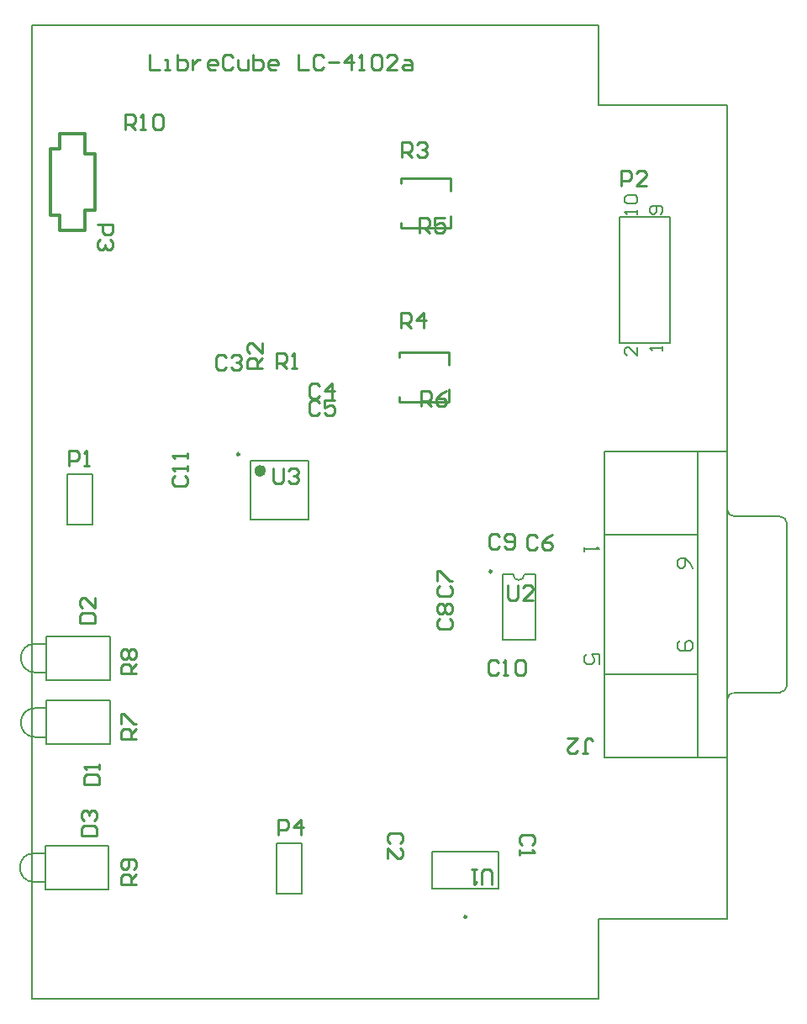
<source format=gto>
%FSAX24Y24*%
%MOIN*%
G70*
G01*
G75*
%ADD10R,0.0787X0.0512*%
%ADD11R,0.0787X0.0787*%
%ADD12R,0.0433X0.0394*%
%ADD13R,0.0630X0.0118*%
%ADD14O,0.0217X0.0630*%
%ADD15O,0.0630X0.0217*%
%ADD16R,0.1358X0.0689*%
%ADD17R,0.0433X0.0689*%
%ADD18R,0.0433X0.0689*%
%ADD19R,0.0394X0.0433*%
%ADD20R,0.0630X0.0315*%
%ADD21R,0.1181X0.0827*%
%ADD22R,0.0709X0.0630*%
%ADD23C,0.0236*%
%ADD24C,0.0217*%
%ADD25C,0.0118*%
%ADD26C,0.0080*%
%ADD27C,0.0591*%
%ADD28R,0.0591X0.0591*%
%ADD29C,0.0665*%
%ADD30R,0.0665X0.0665*%
%ADD31C,0.1874*%
%ADD32C,0.1969*%
%ADD33C,0.0630*%
%ADD34C,0.2520*%
%ADD35C,0.1024*%
%ADD36C,0.0472*%
%ADD37C,0.0197*%
%ADD38C,0.0098*%
%ADD39C,0.0079*%
%ADD40C,0.0050*%
%ADD41C,0.0100*%
%ADD42C,0.0140*%
%ADD43C,0.0080*%
%ADD44C,0.0059*%
D23*
X059350Y080925D02*
G03*
X059350Y080925I-000118J000000D01*
G01*
D26*
X072638Y095433D02*
Y098583D01*
Y095433D02*
X077756D01*
X072638Y063150D02*
X077756D01*
X072638Y060000D02*
Y063150D01*
X050197Y060000D02*
Y098583D01*
X077756Y063150D02*
Y095433D01*
X050197Y098583D02*
X072638D01*
X050197Y060000D02*
X072638D01*
D38*
X068415Y076939D02*
G03*
X068415Y076939I-000049J000000D01*
G01*
X058415Y081585D02*
G03*
X058415Y081585I-000049J000000D01*
G01*
X067412Y063238D02*
G03*
X067412Y063238I-000049J000000D01*
G01*
D39*
X069272Y076811D02*
G03*
X069705Y076811I000217J000000D01*
G01*
X077758Y079394D02*
G03*
X078032Y079120I000274J000000D01*
G01*
X080118Y078844D02*
G03*
X079844Y079118I-000274J000000D01*
G01*
X078032Y072140D02*
G03*
X077758Y071866I000000J-000274D01*
G01*
X079844Y072142D02*
G03*
X080118Y072415I000000J000274D01*
G01*
X059894Y064146D02*
Y066146D01*
Y064146D02*
X060894D01*
Y066146D01*
X059894D02*
X060894D01*
X051587Y080791D02*
X052587D01*
Y078791D02*
Y080791D01*
X051587Y078791D02*
X052587D01*
X051587D02*
Y080791D01*
X068839Y076811D02*
X069272D01*
X069705D02*
X070138D01*
X068839Y074213D02*
X070138D01*
X068839D02*
Y076811D01*
X070138Y074213D02*
Y076811D01*
X058839Y078996D02*
X061161D01*
X058839Y081319D02*
X061161D01*
Y078996D02*
Y081319D01*
X058839Y078996D02*
Y081319D01*
X068681Y064360D02*
Y065817D01*
X066044D02*
X068681D01*
X066044Y064360D02*
Y065817D01*
Y064360D02*
X068681D01*
X075500Y085996D02*
Y090996D01*
X073500Y085996D02*
Y090996D01*
Y085996D02*
X075500D01*
X073500Y090996D02*
X075500D01*
X076575Y069567D02*
Y081693D01*
X072874Y069567D02*
X077756D01*
X072874Y081693D02*
X077756D01*
X080118Y072415D02*
Y078844D01*
X072874Y069567D02*
Y081693D01*
X072874Y072874D02*
X076575D01*
X077756Y069567D02*
Y081693D01*
X072874Y078386D02*
X076575D01*
X078032Y079120D02*
X079843D01*
X078032Y072140D02*
X079843D01*
D40*
X050276Y065768D02*
G03*
X050276Y064626I000000J-000571D01*
G01*
X050315Y074075D02*
G03*
X050315Y072933I000000J-000571D01*
G01*
Y071516D02*
G03*
X050315Y070374I000000J-000571D01*
G01*
X050276Y065768D02*
X050709D01*
X050276Y064626D02*
X050709D01*
Y066063D02*
X053228D01*
X050709Y064331D02*
Y066063D01*
Y064331D02*
X053228D01*
Y066063D01*
X050315Y074075D02*
X050748D01*
X050315Y072933D02*
X050748D01*
Y074370D02*
X053268D01*
X050748Y072638D02*
Y074370D01*
Y072638D02*
X053268D01*
Y074370D01*
X050315Y071516D02*
X050748D01*
X050315Y070374D02*
X050748D01*
Y071811D02*
X053268D01*
X050748Y070079D02*
Y071811D01*
Y070079D02*
X053268D01*
Y071811D01*
D41*
X066732Y085138D02*
Y085630D01*
Y083661D02*
Y084154D01*
X064764Y085433D02*
Y085630D01*
Y083661D02*
Y083858D01*
Y085630D02*
X066732D01*
X064764Y083661D02*
X066732D01*
X066772Y092028D02*
Y092520D01*
Y090551D02*
Y091043D01*
X064803Y092323D02*
Y092520D01*
Y090551D02*
Y090748D01*
Y092520D02*
X066772D01*
X064803Y090551D02*
X066772D01*
X059959Y066481D02*
Y067080D01*
X060259D01*
X060359Y066981D01*
Y066781D01*
X060259Y066681D01*
X059959D01*
X060858Y066481D02*
Y067080D01*
X060559Y066781D01*
X060958D01*
X055839Y080715D02*
X055739Y080615D01*
Y080415D01*
X055839Y080315D01*
X056239D01*
X056339Y080415D01*
Y080615D01*
X056239Y080715D01*
X056339Y080915D02*
Y081115D01*
Y081015D01*
X055739D01*
X055839Y080915D01*
X056339Y081415D02*
Y081615D01*
Y081515D01*
X055739D01*
X055839Y081415D01*
X070027Y066096D02*
X070127Y066196D01*
Y066396D01*
X070027Y066496D01*
X069628D01*
X069528Y066396D01*
Y066196D01*
X069628Y066096D01*
X069528Y065896D02*
Y065696D01*
Y065796D01*
X070127D01*
X070027Y065896D01*
X064791Y066175D02*
X064891Y066275D01*
Y066475D01*
X064791Y066575D01*
X064391D01*
X064291Y066475D01*
Y066275D01*
X064391Y066175D01*
X064291Y065575D02*
Y065975D01*
X064691Y065575D01*
X064791D01*
X064891Y065675D01*
Y065875D01*
X064791Y065975D01*
X057880Y085421D02*
X057780Y085521D01*
X057580D01*
X057480Y085421D01*
Y085021D01*
X057580Y084921D01*
X057780D01*
X057880Y085021D01*
X058080Y085421D02*
X058180Y085521D01*
X058380D01*
X058480Y085421D01*
Y085321D01*
X058380Y085221D01*
X058280D01*
X058380D01*
X058480Y085121D01*
Y085021D01*
X058380Y084921D01*
X058180D01*
X058080Y085021D01*
X061581Y084279D02*
X061481Y084379D01*
X061281D01*
X061181Y084279D01*
Y083879D01*
X061281Y083780D01*
X061481D01*
X061581Y083879D01*
X062081Y083780D02*
Y084379D01*
X061781Y084079D01*
X062181D01*
X070203Y078295D02*
X070103Y078395D01*
X069903D01*
X069803Y078295D01*
Y077895D01*
X069903Y077795D01*
X070103D01*
X070203Y077895D01*
X070803Y078395D02*
X070603Y078295D01*
X070403Y078095D01*
Y077895D01*
X070503Y077795D01*
X070703D01*
X070803Y077895D01*
Y077995D01*
X070703Y078095D01*
X070403D01*
X066351Y076345D02*
X066251Y076245D01*
Y076045D01*
X066351Y075945D01*
X066750D01*
X066850Y076045D01*
Y076245D01*
X066750Y076345D01*
X066251Y076545D02*
Y076945D01*
X066351D01*
X066750Y076545D01*
X066850D01*
X066351Y075046D02*
X066251Y074946D01*
Y074746D01*
X066351Y074646D01*
X066750D01*
X066850Y074746D01*
Y074946D01*
X066750Y075046D01*
X066351Y075245D02*
X066251Y075345D01*
Y075545D01*
X066351Y075645D01*
X066451D01*
X066550Y075545D01*
X066650Y075645D01*
X066750D01*
X066850Y075545D01*
Y075345D01*
X066750Y075245D01*
X066650D01*
X066550Y075345D01*
X066451Y075245D01*
X066351D01*
X066550Y075345D02*
Y075545D01*
X068707Y078334D02*
X068607Y078434D01*
X068407D01*
X068307Y078334D01*
Y077935D01*
X068407Y077835D01*
X068607D01*
X068707Y077935D01*
X068907D02*
X069007Y077835D01*
X069207D01*
X069307Y077935D01*
Y078334D01*
X069207Y078434D01*
X069007D01*
X068907Y078334D01*
Y078235D01*
X069007Y078135D01*
X069307D01*
X068668Y073334D02*
X068568Y073434D01*
X068368D01*
X068268Y073334D01*
Y072935D01*
X068368Y072835D01*
X068568D01*
X068668Y072935D01*
X068868Y072835D02*
X069067D01*
X068967D01*
Y073434D01*
X068868Y073334D01*
X069367D02*
X069467Y073434D01*
X069667D01*
X069767Y073334D01*
Y072935D01*
X069667Y072835D01*
X069467D01*
X069367Y072935D01*
Y073334D01*
X052235Y068504D02*
X052835D01*
Y068804D01*
X052735Y068904D01*
X052335D01*
X052235Y068804D01*
Y068504D01*
X052835Y069104D02*
Y069304D01*
Y069204D01*
X052235D01*
X052335Y069104D01*
X052077Y074882D02*
X052677D01*
Y075182D01*
X052577Y075282D01*
X052177D01*
X052077Y075182D01*
Y074882D01*
X052677Y075882D02*
Y075482D01*
X052277Y075882D01*
X052177D01*
X052077Y075782D01*
Y075582D01*
X052177Y075482D01*
X052156Y066457D02*
X052756D01*
Y066757D01*
X052656Y066857D01*
X052256D01*
X052156Y066757D01*
Y066457D01*
X052256Y067056D02*
X052156Y067156D01*
Y067356D01*
X052256Y067456D01*
X052356D01*
X052456Y067356D01*
Y067256D01*
Y067356D01*
X052556Y067456D01*
X052656D01*
X052756Y067356D01*
Y067156D01*
X052656Y067056D01*
X072002Y069715D02*
X072202D01*
X072102D01*
Y070215D01*
X072202Y070315D01*
X072302D01*
X072402Y070215D01*
X071402Y070315D02*
X071802D01*
X071402Y069915D01*
Y069815D01*
X071502Y069715D01*
X071702D01*
X071802Y069815D01*
X052795Y090709D02*
X053395D01*
Y090409D01*
X053295Y090309D01*
X053095D01*
X052995Y090409D01*
Y090709D01*
X053295Y090109D02*
X053395Y090009D01*
Y089809D01*
X053295Y089709D01*
X053195D01*
X053095Y089809D01*
Y089909D01*
Y089809D01*
X052995Y089709D01*
X052895D01*
X052795Y089809D01*
Y090009D01*
X052895Y090109D01*
X073565Y092221D02*
Y092821D01*
X073865D01*
X073965Y092721D01*
Y092521D01*
X073865Y092421D01*
X073565D01*
X074565Y092221D02*
X074165D01*
X074565Y092621D01*
Y092721D01*
X074465Y092821D01*
X074265D01*
X074165Y092721D01*
X053898Y094449D02*
Y095049D01*
X054198D01*
X054298Y094949D01*
Y094749D01*
X054198Y094649D01*
X053898D01*
X054098D02*
X054298Y094449D01*
X054497D02*
X054697D01*
X054597D01*
Y095049D01*
X054497Y094949D01*
X054997D02*
X055097Y095049D01*
X055297D01*
X055397Y094949D01*
Y094549D01*
X055297Y094449D01*
X055097D01*
X054997Y094549D01*
Y094949D01*
X059882Y085000D02*
Y085600D01*
X060182D01*
X060282Y085500D01*
Y085300D01*
X060182Y085200D01*
X059882D01*
X060082D02*
X060282Y085000D01*
X060482D02*
X060682D01*
X060582D01*
Y085600D01*
X060482Y085500D01*
X059331Y085000D02*
X058731D01*
Y085300D01*
X058831Y085400D01*
X059031D01*
X059131Y085300D01*
Y085000D01*
Y085200D02*
X059331Y085400D01*
Y086000D02*
Y085600D01*
X058931Y086000D01*
X058831D01*
X058731Y085900D01*
Y085700D01*
X058831Y085600D01*
X054308Y070278D02*
X053708D01*
Y070578D01*
X053808Y070678D01*
X054008D01*
X054108Y070578D01*
Y070278D01*
Y070478D02*
X054308Y070678D01*
X053708Y070878D02*
Y071278D01*
X053808D01*
X054208Y070878D01*
X054308D01*
Y072877D02*
X053708D01*
Y073176D01*
X053808Y073276D01*
X054008D01*
X054108Y073176D01*
Y072877D01*
Y073076D02*
X054308Y073276D01*
X053808Y073476D02*
X053708Y073576D01*
Y073776D01*
X053808Y073876D01*
X053908D01*
X054008Y073776D01*
X054108Y073876D01*
X054208D01*
X054308Y073776D01*
Y073576D01*
X054208Y073476D01*
X054108D01*
X054008Y073576D01*
X053908Y073476D01*
X053808D01*
X054008Y073576D02*
Y073776D01*
X054308Y064530D02*
X053708D01*
Y064830D01*
X053808Y064930D01*
X054008D01*
X054108Y064830D01*
Y064530D01*
Y064730D02*
X054308Y064930D01*
X054208Y065130D02*
X054308Y065230D01*
Y065430D01*
X054208Y065530D01*
X053808D01*
X053708Y065430D01*
Y065230D01*
X053808Y065130D01*
X053908D01*
X054008Y065230D01*
Y065530D01*
X068425Y064518D02*
Y065018D01*
X068325Y065118D01*
X068125D01*
X068025Y065018D01*
Y064518D01*
X067825Y065118D02*
X067625D01*
X067725D01*
Y064518D01*
X067825Y064618D01*
X059764Y081033D02*
Y080533D01*
X059864Y080433D01*
X060064D01*
X060164Y080533D01*
Y081033D01*
X060364Y080933D02*
X060464Y081033D01*
X060663D01*
X060763Y080933D01*
Y080833D01*
X060663Y080733D01*
X060564D01*
X060663D01*
X060763Y080633D01*
Y080533D01*
X060663Y080433D01*
X060464D01*
X060364Y080533D01*
X069055Y076387D02*
Y075887D01*
X069155Y075787D01*
X069355D01*
X069455Y075887D01*
Y076387D01*
X070055Y075787D02*
X069655D01*
X070055Y076187D01*
Y076287D01*
X069955Y076387D01*
X069755D01*
X069655Y076287D01*
X061581Y083610D02*
X061481Y083710D01*
X061281D01*
X061181Y083610D01*
Y083210D01*
X061281Y083110D01*
X061481D01*
X061581Y083210D01*
X062181Y083710D02*
X061781D01*
Y083410D01*
X061981Y083510D01*
X062081D01*
X062181Y083410D01*
Y083210D01*
X062081Y083110D01*
X061881D01*
X061781Y083210D01*
X051652Y081126D02*
Y081726D01*
X051952D01*
X052051Y081626D01*
Y081426D01*
X051952Y081326D01*
X051652D01*
X052251Y081126D02*
X052451D01*
X052351D01*
Y081726D01*
X052251Y081626D01*
X064843Y093346D02*
Y093946D01*
X065142D01*
X065242Y093846D01*
Y093646D01*
X065142Y093546D01*
X064843D01*
X065042D02*
X065242Y093346D01*
X065442Y093846D02*
X065542Y093946D01*
X065742D01*
X065842Y093846D01*
Y093746D01*
X065742Y093646D01*
X065642D01*
X065742D01*
X065842Y093546D01*
Y093446D01*
X065742Y093346D01*
X065542D01*
X065442Y093446D01*
X064806Y086598D02*
Y087198D01*
X065106D01*
X065205Y087098D01*
Y086898D01*
X065106Y086798D01*
X064806D01*
X065006D02*
X065205Y086598D01*
X065705D02*
Y087198D01*
X065405Y086898D01*
X065805D01*
X065551Y090354D02*
Y090954D01*
X065851D01*
X065951Y090854D01*
Y090654D01*
X065851Y090554D01*
X065551D01*
X065751D02*
X065951Y090354D01*
X066551Y090954D02*
X066151D01*
Y090654D01*
X066351Y090754D01*
X066451D01*
X066551Y090654D01*
Y090454D01*
X066451Y090354D01*
X066251D01*
X066151Y090454D01*
X065630Y083504D02*
Y084104D01*
X065930D01*
X066030Y084004D01*
Y083804D01*
X065930Y083704D01*
X065630D01*
X065830D02*
X066030Y083504D01*
X066630Y084104D02*
X066430Y084004D01*
X066230Y083804D01*
Y083604D01*
X066330Y083504D01*
X066530D01*
X066630Y083604D01*
Y083704D01*
X066530Y083804D01*
X066230D01*
X054843Y097411D02*
Y096811D01*
X055242D01*
X055442D02*
X055642D01*
X055542D01*
Y097211D01*
X055442D01*
X055942Y097411D02*
Y096811D01*
X056242D01*
X056342Y096911D01*
Y097011D01*
Y097111D01*
X056242Y097211D01*
X055942D01*
X056542D02*
Y096811D01*
Y097011D01*
X056642Y097111D01*
X056742Y097211D01*
X056842D01*
X057442Y096811D02*
X057242D01*
X057142Y096911D01*
Y097111D01*
X057242Y097211D01*
X057442D01*
X057542Y097111D01*
Y097011D01*
X057142D01*
X058141Y097311D02*
X058041Y097411D01*
X057842D01*
X057742Y097311D01*
Y096911D01*
X057842Y096811D01*
X058041D01*
X058141Y096911D01*
X058341Y097211D02*
Y096911D01*
X058441Y096811D01*
X058741D01*
Y097211D01*
X058941Y097411D02*
Y096811D01*
X059241D01*
X059341Y096911D01*
Y097011D01*
Y097111D01*
X059241Y097211D01*
X058941D01*
X059841Y096811D02*
X059641D01*
X059541Y096911D01*
Y097111D01*
X059641Y097211D01*
X059841D01*
X059941Y097111D01*
Y097011D01*
X059541D01*
X060741Y097411D02*
Y096811D01*
X061140D01*
X061740Y097311D02*
X061640Y097411D01*
X061440D01*
X061340Y097311D01*
Y096911D01*
X061440Y096811D01*
X061640D01*
X061740Y096911D01*
X061940Y097111D02*
X062340D01*
X062840Y096811D02*
Y097411D01*
X062540Y097111D01*
X062940D01*
X063140Y096811D02*
X063340D01*
X063240D01*
Y097411D01*
X063140Y097311D01*
X063640D02*
X063740Y097411D01*
X063940D01*
X064040Y097311D01*
Y096911D01*
X063940Y096811D01*
X063740D01*
X063640Y096911D01*
Y097311D01*
X064639Y096811D02*
X064239D01*
X064639Y097211D01*
Y097311D01*
X064539Y097411D01*
X064339D01*
X064239Y097311D01*
X064939Y097211D02*
X065139D01*
X065239Y097111D01*
Y096811D01*
X064939D01*
X064839Y096911D01*
X064939Y097011D01*
X065239D01*
D42*
X052283Y093504D02*
Y094291D01*
Y093504D02*
X052677D01*
Y091256D02*
Y093504D01*
X052283Y091256D02*
X052677D01*
X052283Y090453D02*
Y091256D01*
X051299Y090453D02*
X052283D01*
X051299D02*
Y091055D01*
X050906D02*
X051299D01*
X050906D02*
Y093701D01*
X051299D01*
Y094291D01*
X052283D01*
D43*
X074200Y091096D02*
Y091263D01*
Y091179D01*
X073700D01*
X073783Y091096D01*
Y091513D02*
X073700Y091596D01*
Y091763D01*
X073783Y091846D01*
X074117D01*
X074200Y091763D01*
Y091596D01*
X074117Y091513D01*
X073783D01*
X075117Y091096D02*
X075200Y091179D01*
Y091346D01*
X075117Y091429D01*
X074783D01*
X074700Y091346D01*
Y091179D01*
X074783Y091096D01*
X074867D01*
X074950Y091179D01*
Y091429D01*
X075200Y085696D02*
Y085863D01*
Y085779D01*
X074700D01*
X074783Y085696D01*
X074200Y085829D02*
Y085496D01*
X073867Y085829D01*
X073783D01*
X073700Y085746D01*
Y085579D01*
X073783Y085496D01*
D44*
X072096Y077909D02*
Y077713D01*
Y077811D01*
X072687D01*
X072588Y077909D01*
X072687Y073252D02*
Y073646D01*
X072392D01*
X072490Y073449D01*
Y073350D01*
X072392Y073252D01*
X072195D01*
X072096Y073350D01*
Y073547D01*
X072195Y073646D01*
X075896Y074191D02*
X075797Y074093D01*
Y073896D01*
X075896Y073797D01*
X076289D01*
X076388Y073896D01*
Y074093D01*
X076289Y074191D01*
X076191D01*
X076092Y074093D01*
Y073797D01*
X076388Y077069D02*
X076289Y077266D01*
X076092Y077463D01*
X075896D01*
X075797Y077364D01*
Y077167D01*
X075896Y077069D01*
X075994D01*
X076092Y077167D01*
Y077463D01*
M02*

</source>
